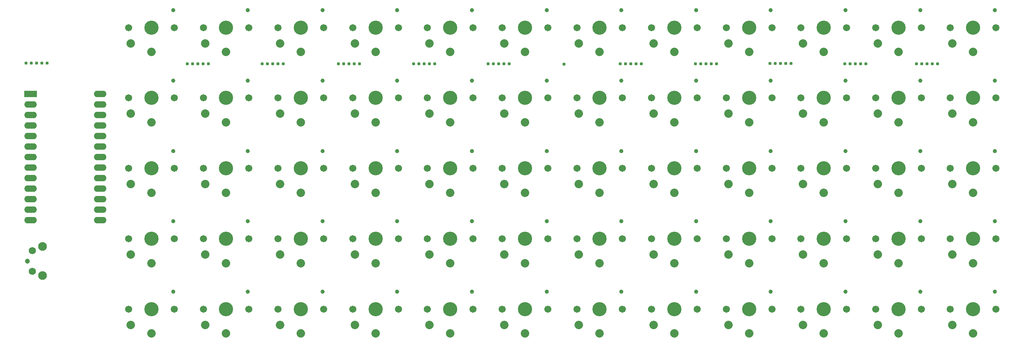
<source format=gbr>
%TF.GenerationSoftware,KiCad,Pcbnew,(6.0.1)*%
%TF.CreationDate,2022-01-22T18:41:09-05:00*%
%TF.ProjectId,ortho,6f727468-6f2e-46b6-9963-61645f706362,rev?*%
%TF.SameCoordinates,Original*%
%TF.FileFunction,Soldermask,Top*%
%TF.FilePolarity,Negative*%
%FSLAX46Y46*%
G04 Gerber Fmt 4.6, Leading zero omitted, Abs format (unit mm)*
G04 Created by KiCad (PCBNEW (6.0.1)) date 2022-01-22 18:41:09*
%MOMM*%
%LPD*%
G01*
G04 APERTURE LIST*
%ADD10C,0.787400*%
%ADD11C,0.990600*%
%ADD12C,1.701800*%
%ADD13C,3.429000*%
%ADD14C,2.032000*%
%ADD15C,1.200000*%
%ADD16C,2.100000*%
%ADD17C,1.750000*%
%ADD18R,3.048000X1.524000*%
%ADD19O,3.048000X1.524000*%
G04 APERTURE END LIST*
D10*
%TO.C,REF\u002A\u002A*%
X233580000Y-51246000D03*
X234850000Y-51246000D03*
X234850000Y-51246000D03*
X237390000Y-51246000D03*
X236120000Y-51246000D03*
X232310000Y-51246000D03*
%TD*%
D11*
%TO.C,SW25*%
X53220000Y-72300000D03*
D12*
X42500000Y-76500000D03*
X53500000Y-76500000D03*
D13*
X48000000Y-76500000D03*
D14*
X48000000Y-82400000D03*
X43000000Y-80300000D03*
%TD*%
D12*
%TO.C,SW4*%
X107500000Y-42500000D03*
D13*
X102000000Y-42500000D03*
D11*
X107220000Y-38300000D03*
D12*
X96500000Y-42500000D03*
D14*
X102000000Y-48400000D03*
X97000000Y-46300000D03*
%TD*%
D12*
%TO.C,SW23*%
X233500000Y-59500000D03*
D13*
X228000000Y-59500000D03*
D11*
X233220000Y-55300000D03*
D12*
X222500000Y-59500000D03*
D14*
X228000000Y-65400000D03*
X223000000Y-63300000D03*
%TD*%
D12*
%TO.C,SW41*%
X125500000Y-93500000D03*
D11*
X125220000Y-89300000D03*
D12*
X114500000Y-93500000D03*
D13*
X120000000Y-93500000D03*
D14*
X120000000Y-99400000D03*
X115000000Y-97300000D03*
%TD*%
D11*
%TO.C,SW11*%
X233220000Y-38300000D03*
D12*
X233500000Y-42500000D03*
D13*
X228000000Y-42500000D03*
D12*
X222500000Y-42500000D03*
D14*
X228000000Y-48400000D03*
X223000000Y-46300000D03*
%TD*%
D12*
%TO.C,SW21*%
X186500000Y-59500000D03*
D13*
X192000000Y-59500000D03*
D12*
X197500000Y-59500000D03*
D11*
X197220000Y-55300000D03*
D14*
X192000000Y-65400000D03*
X187000000Y-63300000D03*
%TD*%
D11*
%TO.C,SW56*%
X179220000Y-106300000D03*
D12*
X179500000Y-110500000D03*
X168500000Y-110500000D03*
D13*
X174000000Y-110500000D03*
D14*
X174000000Y-116400000D03*
X169000000Y-114300000D03*
%TD*%
D10*
%TO.C,REF\u002A\u002A*%
X147400000Y-51296000D03*
%TD*%
D11*
%TO.C,SW32*%
X179220000Y-72300000D03*
D12*
X168500000Y-76500000D03*
D13*
X174000000Y-76500000D03*
D12*
X179500000Y-76500000D03*
D14*
X174000000Y-82400000D03*
X169000000Y-80300000D03*
%TD*%
D10*
%TO.C,REF\u002A\u002A*%
X60470000Y-51250000D03*
X59200000Y-51250000D03*
X61740000Y-51250000D03*
X56660000Y-51250000D03*
X57930000Y-51250000D03*
%TD*%
D12*
%TO.C,SW10*%
X215500000Y-42500000D03*
D11*
X215220000Y-38300000D03*
D13*
X210000000Y-42500000D03*
D12*
X204500000Y-42500000D03*
D14*
X210000000Y-48400000D03*
X205000000Y-46300000D03*
%TD*%
D12*
%TO.C,SW51*%
X78500000Y-110500000D03*
D11*
X89220000Y-106300000D03*
D13*
X84000000Y-110500000D03*
D12*
X89500000Y-110500000D03*
D14*
X84000000Y-116400000D03*
X79000000Y-114300000D03*
%TD*%
D10*
%TO.C,REF\u002A\u002A*%
X184160000Y-51250000D03*
X179080000Y-51250000D03*
X182890000Y-51250000D03*
X181620000Y-51250000D03*
X180350000Y-51250000D03*
%TD*%
D12*
%TO.C,SW33*%
X186500000Y-76500000D03*
X197500000Y-76500000D03*
D13*
X192000000Y-76500000D03*
D11*
X197220000Y-72300000D03*
D14*
X192000000Y-82400000D03*
X187000000Y-80300000D03*
%TD*%
D11*
%TO.C,SW59*%
X233220000Y-106300000D03*
D12*
X233500000Y-110500000D03*
X222500000Y-110500000D03*
D13*
X228000000Y-110500000D03*
D14*
X228000000Y-116400000D03*
X223000000Y-114300000D03*
%TD*%
D12*
%TO.C,SW14*%
X60500000Y-59500000D03*
D11*
X71220000Y-55300000D03*
D12*
X71500000Y-59500000D03*
D13*
X66000000Y-59500000D03*
D14*
X66000000Y-65400000D03*
X61000000Y-63300000D03*
%TD*%
D12*
%TO.C,SW44*%
X168500000Y-93500000D03*
D11*
X179220000Y-89300000D03*
D12*
X179500000Y-93500000D03*
D13*
X174000000Y-93500000D03*
D14*
X174000000Y-99400000D03*
X169000000Y-97300000D03*
%TD*%
D12*
%TO.C,SW47*%
X233500000Y-93500000D03*
X222500000Y-93500000D03*
D13*
X228000000Y-93500000D03*
D11*
X233220000Y-89300000D03*
D14*
X228000000Y-99400000D03*
X223000000Y-97300000D03*
%TD*%
D12*
%TO.C,SW42*%
X132500000Y-93500000D03*
X143500000Y-93500000D03*
D13*
X138000000Y-93500000D03*
D11*
X143220000Y-89300000D03*
D14*
X138000000Y-99400000D03*
X133000000Y-97300000D03*
%TD*%
D13*
%TO.C,SW6*%
X138000000Y-42500000D03*
D12*
X132500000Y-42500000D03*
X143500000Y-42500000D03*
D11*
X143220000Y-38300000D03*
D14*
X138000000Y-48400000D03*
X133000000Y-46300000D03*
%TD*%
D12*
%TO.C,SW29*%
X125500000Y-76500000D03*
X114500000Y-76500000D03*
D11*
X125220000Y-72300000D03*
D13*
X120000000Y-76500000D03*
D14*
X120000000Y-82400000D03*
X115000000Y-80300000D03*
%TD*%
D10*
%TO.C,REF\u002A\u002A*%
X215060000Y-51246000D03*
X218870000Y-51246000D03*
X217600000Y-51246000D03*
X216330000Y-51246000D03*
X217600000Y-51246000D03*
X220140000Y-51246000D03*
%TD*%
D11*
%TO.C,SW26*%
X71220000Y-72300000D03*
D13*
X66000000Y-76500000D03*
D12*
X71500000Y-76500000D03*
X60500000Y-76500000D03*
D14*
X66000000Y-82400000D03*
X61000000Y-80300000D03*
%TD*%
D12*
%TO.C,SW9*%
X186500000Y-42500000D03*
X197500000Y-42500000D03*
D13*
X192000000Y-42500000D03*
D11*
X197220000Y-38300000D03*
D14*
X192000000Y-48400000D03*
X187000000Y-46300000D03*
%TD*%
D12*
%TO.C,SW15*%
X78500000Y-59500000D03*
D13*
X84000000Y-59500000D03*
D12*
X89500000Y-59500000D03*
D11*
X89220000Y-55300000D03*
D14*
X84000000Y-65400000D03*
X79000000Y-63300000D03*
%TD*%
D12*
%TO.C,SW30*%
X143500000Y-76500000D03*
D11*
X143220000Y-72300000D03*
D12*
X132500000Y-76500000D03*
D13*
X138000000Y-76500000D03*
D14*
X138000000Y-82400000D03*
X133000000Y-80300000D03*
%TD*%
D13*
%TO.C,SW3*%
X84000000Y-42500000D03*
D12*
X78500000Y-42500000D03*
D11*
X89220000Y-38300000D03*
D12*
X89500000Y-42500000D03*
D14*
X84000000Y-48400000D03*
X79000000Y-46300000D03*
%TD*%
D13*
%TO.C,SW39*%
X84000000Y-93500000D03*
D12*
X78500000Y-93500000D03*
D11*
X89220000Y-89300000D03*
D12*
X89500000Y-93500000D03*
D14*
X84000000Y-99400000D03*
X79000000Y-97300000D03*
%TD*%
D13*
%TO.C,SW22*%
X210000000Y-59500000D03*
D12*
X204500000Y-59500000D03*
D11*
X215220000Y-55300000D03*
D12*
X215500000Y-59500000D03*
D14*
X210000000Y-65400000D03*
X205000000Y-63300000D03*
%TD*%
D11*
%TO.C,SW35*%
X233220000Y-72300000D03*
D13*
X228000000Y-76500000D03*
D12*
X233500000Y-76500000D03*
X222500000Y-76500000D03*
D14*
X228000000Y-82400000D03*
X223000000Y-80300000D03*
%TD*%
D12*
%TO.C,SW19*%
X150500000Y-59500000D03*
D11*
X161220000Y-55300000D03*
D12*
X161500000Y-59500000D03*
D13*
X156000000Y-59500000D03*
D14*
X156000000Y-65400000D03*
X151000000Y-63300000D03*
%TD*%
D10*
%TO.C,REF\u002A\u002A*%
X19090000Y-51100000D03*
X22900000Y-51100000D03*
X20360000Y-51100000D03*
X17820000Y-51100000D03*
X21630000Y-51100000D03*
%TD*%
D12*
%TO.C,SW43*%
X161500000Y-93500000D03*
D11*
X161220000Y-89300000D03*
D13*
X156000000Y-93500000D03*
D12*
X150500000Y-93500000D03*
D14*
X156000000Y-99400000D03*
X151000000Y-97300000D03*
%TD*%
D12*
%TO.C,SW7*%
X161500000Y-42500000D03*
X150500000Y-42500000D03*
D11*
X161220000Y-38300000D03*
D13*
X156000000Y-42500000D03*
D14*
X156000000Y-48400000D03*
X151000000Y-46300000D03*
%TD*%
D12*
%TO.C,SW13*%
X42500000Y-59500000D03*
D13*
X48000000Y-59500000D03*
D11*
X53220000Y-55300000D03*
D12*
X53500000Y-59500000D03*
D14*
X48000000Y-65400000D03*
X43000000Y-63300000D03*
%TD*%
D13*
%TO.C,SW37*%
X48000000Y-93500000D03*
D12*
X53500000Y-93500000D03*
D11*
X53220000Y-89300000D03*
D12*
X42500000Y-93500000D03*
D14*
X48000000Y-99400000D03*
X43000000Y-97300000D03*
%TD*%
D12*
%TO.C,SW57*%
X197500000Y-110500000D03*
X186500000Y-110500000D03*
D11*
X197220000Y-106300000D03*
D13*
X192000000Y-110500000D03*
D14*
X192000000Y-116400000D03*
X187000000Y-114300000D03*
%TD*%
D10*
%TO.C,REF\u002A\u002A*%
X199600000Y-51200000D03*
X197060000Y-51200000D03*
X198330000Y-51200000D03*
X200870000Y-51200000D03*
X199600000Y-51200000D03*
X202140000Y-51200000D03*
%TD*%
%TO.C,REF\u002A\u002A*%
X111180000Y-51244850D03*
X112450000Y-51244850D03*
X114990000Y-51244850D03*
X116260000Y-51244850D03*
X113720000Y-51244850D03*
%TD*%
D12*
%TO.C,SW55*%
X150500000Y-110500000D03*
D11*
X161220000Y-106300000D03*
D13*
X156000000Y-110500000D03*
D12*
X161500000Y-110500000D03*
D14*
X156000000Y-116400000D03*
X151000000Y-114300000D03*
%TD*%
D12*
%TO.C,SW40*%
X107500000Y-93500000D03*
X96500000Y-93500000D03*
D11*
X107220000Y-89300000D03*
D13*
X102000000Y-93500000D03*
D14*
X102000000Y-99400000D03*
X97000000Y-97300000D03*
%TD*%
D10*
%TO.C,REF\u002A\u002A*%
X79790000Y-51244850D03*
X78520000Y-51244850D03*
X77250000Y-51244850D03*
X75980000Y-51244850D03*
X74710000Y-51244850D03*
%TD*%
D12*
%TO.C,SW5*%
X114500000Y-42500000D03*
D13*
X120000000Y-42500000D03*
D11*
X125220000Y-38300000D03*
D12*
X125500000Y-42500000D03*
D14*
X120000000Y-48400000D03*
X115000000Y-46300000D03*
%TD*%
D13*
%TO.C,SW18*%
X138000000Y-59500000D03*
D11*
X143220000Y-55300000D03*
D12*
X132500000Y-59500000D03*
X143500000Y-59500000D03*
D14*
X138000000Y-65400000D03*
X133000000Y-63300000D03*
%TD*%
D12*
%TO.C,SW28*%
X96500000Y-76500000D03*
X107500000Y-76500000D03*
D13*
X102000000Y-76500000D03*
D11*
X107220000Y-72300000D03*
D14*
X102000000Y-82400000D03*
X97000000Y-80300000D03*
%TD*%
D10*
%TO.C,REF\u002A\u002A*%
X164790000Y-51250000D03*
X163520000Y-51250000D03*
X166060000Y-51250000D03*
X160980000Y-51250000D03*
X162250000Y-51250000D03*
%TD*%
D13*
%TO.C,SW54*%
X138000000Y-110500000D03*
D11*
X143220000Y-106300000D03*
D12*
X132500000Y-110500000D03*
X143500000Y-110500000D03*
D14*
X138000000Y-116400000D03*
X133000000Y-114300000D03*
%TD*%
D13*
%TO.C,SW34*%
X210000000Y-76500000D03*
D12*
X204500000Y-76500000D03*
X215500000Y-76500000D03*
D11*
X215220000Y-72300000D03*
D14*
X210000000Y-82400000D03*
X205000000Y-80300000D03*
%TD*%
D12*
%TO.C,SW46*%
X215500000Y-93500000D03*
D11*
X215220000Y-89300000D03*
D13*
X210000000Y-93500000D03*
D12*
X204500000Y-93500000D03*
D14*
X210000000Y-99400000D03*
X205000000Y-97300000D03*
%TD*%
D12*
%TO.C,SW8*%
X179500000Y-42500000D03*
D11*
X179220000Y-38300000D03*
D13*
X174000000Y-42500000D03*
D12*
X168500000Y-42500000D03*
D14*
X174000000Y-48400000D03*
X169000000Y-46300000D03*
%TD*%
D10*
%TO.C,REF\u002A\u002A*%
X96870000Y-51250000D03*
X94330000Y-51250000D03*
X98140000Y-51250000D03*
X95600000Y-51250000D03*
X93060000Y-51250000D03*
%TD*%
D13*
%TO.C,SW2*%
X66000000Y-42500000D03*
D12*
X60500000Y-42500000D03*
D11*
X71220000Y-38300000D03*
D12*
X71500000Y-42500000D03*
D14*
X66000000Y-48400000D03*
X61000000Y-46300000D03*
%TD*%
D12*
%TO.C,SW20*%
X179500000Y-59500000D03*
X168500000Y-59500000D03*
D11*
X179220000Y-55300000D03*
D13*
X174000000Y-59500000D03*
D14*
X174000000Y-65400000D03*
X169000000Y-63300000D03*
%TD*%
D12*
%TO.C,SW1*%
X53500000Y-42500000D03*
X42500000Y-42500000D03*
D11*
X53220000Y-38300000D03*
D13*
X48000000Y-42500000D03*
D14*
X48000000Y-48400000D03*
X43000000Y-46300000D03*
%TD*%
D12*
%TO.C,SW36*%
X240500000Y-76500000D03*
D11*
X251220000Y-72300000D03*
D12*
X251500000Y-76500000D03*
D13*
X246000000Y-76500000D03*
D14*
X246000000Y-82400000D03*
X241000000Y-80300000D03*
%TD*%
D12*
%TO.C,SW27*%
X89500000Y-76500000D03*
D13*
X84000000Y-76500000D03*
D11*
X89220000Y-72300000D03*
D12*
X78500000Y-76500000D03*
D14*
X84000000Y-82400000D03*
X79000000Y-80300000D03*
%TD*%
D13*
%TO.C,SW48*%
X246000000Y-93500000D03*
D12*
X251500000Y-93500000D03*
D11*
X251220000Y-89300000D03*
D12*
X240500000Y-93500000D03*
D14*
X246000000Y-99400000D03*
X241000000Y-97300000D03*
%TD*%
D11*
%TO.C,SW24*%
X251220000Y-55300000D03*
D12*
X251500000Y-59500000D03*
X240500000Y-59500000D03*
D13*
X246000000Y-59500000D03*
D14*
X246000000Y-65400000D03*
X241000000Y-63300000D03*
%TD*%
D11*
%TO.C,SW60*%
X251220000Y-106300000D03*
D12*
X240500000Y-110500000D03*
D13*
X246000000Y-110500000D03*
D12*
X251500000Y-110500000D03*
D14*
X246000000Y-116400000D03*
X241000000Y-114300000D03*
%TD*%
D11*
%TO.C,SW12*%
X251220000Y-38300000D03*
D13*
X246000000Y-42500000D03*
D12*
X240500000Y-42500000D03*
X251500000Y-42500000D03*
D14*
X246000000Y-48400000D03*
X241000000Y-46300000D03*
%TD*%
D15*
%TO.C,RST1*%
X18090000Y-98900000D03*
D16*
X21790000Y-102400000D03*
X21790000Y-95390000D03*
D17*
X19300000Y-101400000D03*
X19300000Y-96400000D03*
%TD*%
D12*
%TO.C,SW45*%
X197500000Y-93500000D03*
D13*
X192000000Y-93500000D03*
D12*
X186500000Y-93500000D03*
D11*
X197220000Y-89300000D03*
D14*
X192000000Y-99400000D03*
X187000000Y-97300000D03*
%TD*%
D12*
%TO.C,SW38*%
X71500000Y-93500000D03*
D11*
X71220000Y-89300000D03*
D13*
X66000000Y-93500000D03*
D12*
X60500000Y-93500000D03*
D14*
X66000000Y-99400000D03*
X61000000Y-97300000D03*
%TD*%
D13*
%TO.C,SW16*%
X102000000Y-59500000D03*
D12*
X107500000Y-59500000D03*
D11*
X107220000Y-55300000D03*
D12*
X96500000Y-59500000D03*
D14*
X102000000Y-65400000D03*
X97000000Y-63300000D03*
%TD*%
D12*
%TO.C,SW17*%
X114500000Y-59500000D03*
X125500000Y-59500000D03*
D11*
X125220000Y-55300000D03*
D13*
X120000000Y-59500000D03*
D14*
X120000000Y-65400000D03*
X115000000Y-63300000D03*
%TD*%
D13*
%TO.C,SW52*%
X102000000Y-110500000D03*
D11*
X107220000Y-106300000D03*
D12*
X96500000Y-110500000D03*
X107500000Y-110500000D03*
D14*
X102000000Y-116400000D03*
X97000000Y-114300000D03*
%TD*%
D10*
%TO.C,REF\u002A\u002A*%
X134190000Y-51250000D03*
X129110000Y-51250000D03*
X130380000Y-51250000D03*
X132920000Y-51250000D03*
X131650000Y-51250000D03*
%TD*%
D12*
%TO.C,SW53*%
X125500000Y-110500000D03*
D11*
X125220000Y-106300000D03*
D13*
X120000000Y-110500000D03*
D12*
X114500000Y-110500000D03*
D14*
X120000000Y-116400000D03*
X115000000Y-114300000D03*
%TD*%
D12*
%TO.C,SW58*%
X215500000Y-110500000D03*
D13*
X210000000Y-110500000D03*
D12*
X204500000Y-110500000D03*
D11*
X215220000Y-106300000D03*
D14*
X210000000Y-116400000D03*
X205000000Y-114300000D03*
%TD*%
D12*
%TO.C,SW49*%
X42500000Y-110500000D03*
D11*
X53220000Y-106300000D03*
D13*
X48000000Y-110500000D03*
D12*
X53500000Y-110500000D03*
D14*
X48000000Y-116400000D03*
X43000000Y-114300000D03*
%TD*%
D12*
%TO.C,SW31*%
X161500000Y-76500000D03*
X150500000Y-76500000D03*
D11*
X161220000Y-72300000D03*
D13*
X156000000Y-76500000D03*
D14*
X156000000Y-82400000D03*
X151000000Y-80300000D03*
%TD*%
D12*
%TO.C,SW50*%
X71500000Y-110500000D03*
D11*
X71220000Y-106300000D03*
D12*
X60500000Y-110500000D03*
D13*
X66000000Y-110500000D03*
D14*
X66000000Y-116400000D03*
X61000000Y-114300000D03*
%TD*%
D18*
%TO.C,U1*%
X18918000Y-58560000D03*
D19*
X18918000Y-61100000D03*
X18918000Y-63640000D03*
X18918000Y-66180000D03*
X18918000Y-68720000D03*
X18918000Y-71260000D03*
X18918000Y-73800000D03*
X18918000Y-76340000D03*
X18918000Y-78880000D03*
X18918000Y-81420000D03*
X18918000Y-83960000D03*
X18918000Y-86500000D03*
X18918000Y-89040000D03*
X35682000Y-89040000D03*
X35682000Y-86500000D03*
X35682000Y-83960000D03*
X35682000Y-81420000D03*
X35682000Y-78880000D03*
X35682000Y-76340000D03*
X35682000Y-73800000D03*
X35682000Y-71260000D03*
X35682000Y-68720000D03*
X35682000Y-66180000D03*
X35682000Y-63640000D03*
X35682000Y-61100000D03*
X35682000Y-58560000D03*
%TD*%
M02*

</source>
